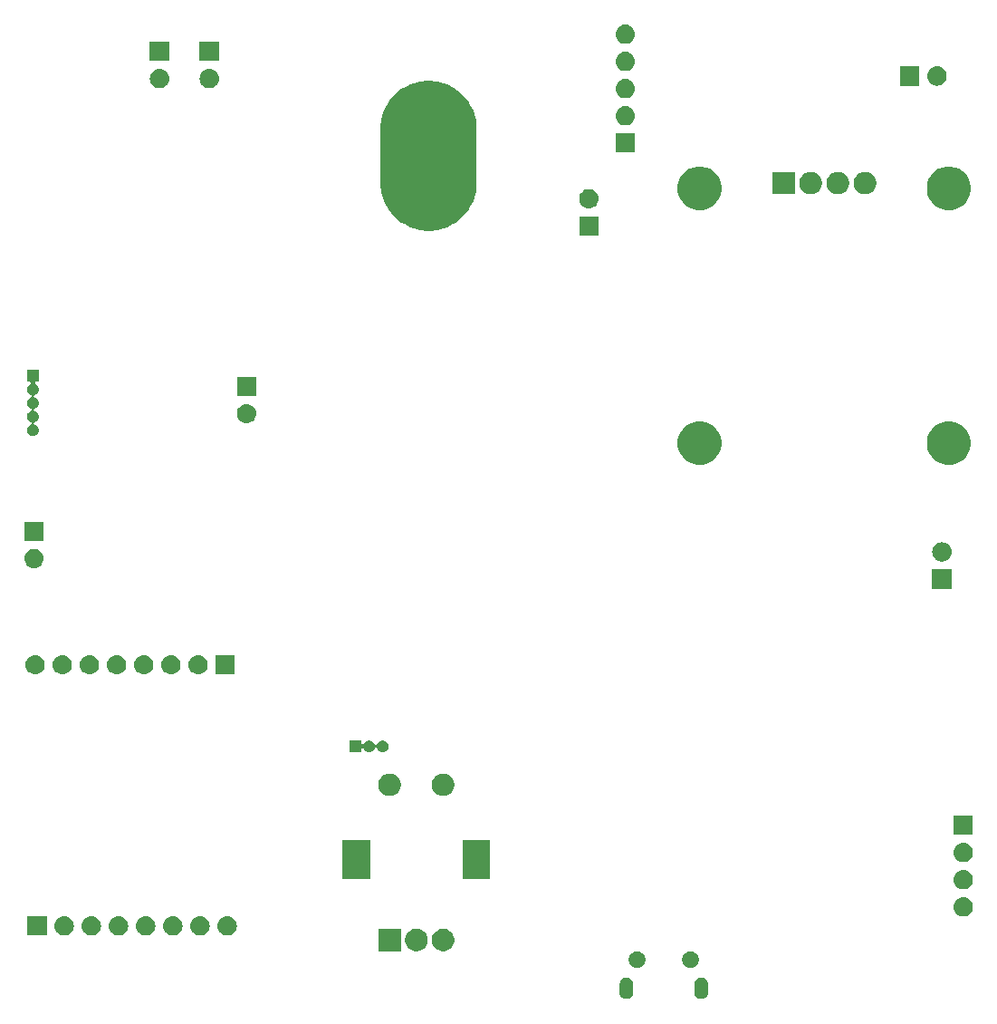
<source format=gbr>
G04 #@! TF.GenerationSoftware,KiCad,Pcbnew,5.1.2-f72e74a~84~ubuntu18.04.1*
G04 #@! TF.CreationDate,2019-06-01T21:14:53+08:00*
G04 #@! TF.ProjectId,esp12-lora-remote-station,65737031-322d-46c6-9f72-612d72656d6f,rev?*
G04 #@! TF.SameCoordinates,Original*
G04 #@! TF.FileFunction,Soldermask,Bot*
G04 #@! TF.FilePolarity,Negative*
%FSLAX46Y46*%
G04 Gerber Fmt 4.6, Leading zero omitted, Abs format (unit mm)*
G04 Created by KiCad (PCBNEW 5.1.2-f72e74a~84~ubuntu18.04.1) date 2019-06-01 21:14:53*
%MOMM*%
%LPD*%
G04 APERTURE LIST*
%ADD10C,0.100000*%
G04 APERTURE END LIST*
D10*
G36*
X109627618Y-142245920D02*
G01*
X109718404Y-142273460D01*
X109750336Y-142283146D01*
X109863425Y-142343594D01*
X109962554Y-142424946D01*
X110043906Y-142524075D01*
X110104354Y-142637164D01*
X110114040Y-142669096D01*
X110141580Y-142759882D01*
X110151000Y-142855527D01*
X110151000Y-143619473D01*
X110141580Y-143715118D01*
X110114040Y-143805904D01*
X110104354Y-143837836D01*
X110043906Y-143950925D01*
X109962554Y-144050053D01*
X109863424Y-144131406D01*
X109750335Y-144191854D01*
X109718403Y-144201540D01*
X109627617Y-144229080D01*
X109500000Y-144241649D01*
X109372382Y-144229080D01*
X109281596Y-144201540D01*
X109249664Y-144191854D01*
X109136575Y-144131406D01*
X109037447Y-144050054D01*
X108956094Y-143950924D01*
X108895646Y-143837835D01*
X108885960Y-143805903D01*
X108858420Y-143715117D01*
X108849000Y-143619472D01*
X108849000Y-142855527D01*
X108858420Y-142759882D01*
X108895645Y-142637168D01*
X108920608Y-142590466D01*
X108956095Y-142524075D01*
X109037447Y-142424946D01*
X109136576Y-142343594D01*
X109249665Y-142283146D01*
X109281597Y-142273460D01*
X109372383Y-142245920D01*
X109500000Y-142233351D01*
X109627618Y-142245920D01*
X109627618Y-142245920D01*
G37*
G36*
X116627617Y-142245920D02*
G01*
X116718403Y-142273460D01*
X116750335Y-142283146D01*
X116863424Y-142343594D01*
X116962554Y-142424947D01*
X117043906Y-142524075D01*
X117104354Y-142637164D01*
X117114040Y-142669096D01*
X117141580Y-142759882D01*
X117151000Y-142855527D01*
X117151000Y-143619473D01*
X117141580Y-143715118D01*
X117114040Y-143805904D01*
X117104354Y-143837836D01*
X117043906Y-143950925D01*
X116962554Y-144050054D01*
X116863425Y-144131406D01*
X116750336Y-144191854D01*
X116718404Y-144201540D01*
X116627618Y-144229080D01*
X116500000Y-144241649D01*
X116372383Y-144229080D01*
X116281597Y-144201540D01*
X116249665Y-144191854D01*
X116136576Y-144131406D01*
X116037447Y-144050054D01*
X115956095Y-143950925D01*
X115895648Y-143837837D01*
X115895645Y-143837832D01*
X115858420Y-143715118D01*
X115849000Y-143619473D01*
X115849000Y-142855528D01*
X115858420Y-142759883D01*
X115895645Y-142637169D01*
X115895646Y-142637165D01*
X115956094Y-142524076D01*
X116037447Y-142424946D01*
X116136575Y-142343594D01*
X116249664Y-142283146D01*
X116281596Y-142273460D01*
X116372382Y-142245920D01*
X116500000Y-142233351D01*
X116627617Y-142245920D01*
X116627617Y-142245920D01*
G37*
G36*
X110726348Y-139791320D02*
G01*
X110726350Y-139791321D01*
X110726351Y-139791321D01*
X110867574Y-139849817D01*
X110867577Y-139849819D01*
X110994669Y-139934739D01*
X111102761Y-140042831D01*
X111187681Y-140169923D01*
X111187683Y-140169926D01*
X111246179Y-140311149D01*
X111276000Y-140461071D01*
X111276000Y-140613929D01*
X111246179Y-140763851D01*
X111187683Y-140905074D01*
X111187681Y-140905077D01*
X111102761Y-141032169D01*
X110994669Y-141140261D01*
X110867577Y-141225181D01*
X110867574Y-141225183D01*
X110726351Y-141283679D01*
X110726350Y-141283679D01*
X110726348Y-141283680D01*
X110576431Y-141313500D01*
X110423569Y-141313500D01*
X110273652Y-141283680D01*
X110273650Y-141283679D01*
X110273649Y-141283679D01*
X110132426Y-141225183D01*
X110132423Y-141225181D01*
X110005331Y-141140261D01*
X109897239Y-141032169D01*
X109812319Y-140905077D01*
X109812317Y-140905074D01*
X109753821Y-140763851D01*
X109724000Y-140613929D01*
X109724000Y-140461071D01*
X109753821Y-140311149D01*
X109812317Y-140169926D01*
X109812319Y-140169923D01*
X109897239Y-140042831D01*
X110005331Y-139934739D01*
X110132423Y-139849819D01*
X110132426Y-139849817D01*
X110273649Y-139791321D01*
X110273650Y-139791321D01*
X110273652Y-139791320D01*
X110423569Y-139761500D01*
X110576431Y-139761500D01*
X110726348Y-139791320D01*
X110726348Y-139791320D01*
G37*
G36*
X115726348Y-139791320D02*
G01*
X115726350Y-139791321D01*
X115726351Y-139791321D01*
X115867574Y-139849817D01*
X115867577Y-139849819D01*
X115994669Y-139934739D01*
X116102761Y-140042831D01*
X116187681Y-140169923D01*
X116187683Y-140169926D01*
X116246179Y-140311149D01*
X116276000Y-140461071D01*
X116276000Y-140613929D01*
X116246179Y-140763851D01*
X116187683Y-140905074D01*
X116187681Y-140905077D01*
X116102761Y-141032169D01*
X115994669Y-141140261D01*
X115867577Y-141225181D01*
X115867574Y-141225183D01*
X115726351Y-141283679D01*
X115726350Y-141283679D01*
X115726348Y-141283680D01*
X115576431Y-141313500D01*
X115423569Y-141313500D01*
X115273652Y-141283680D01*
X115273650Y-141283679D01*
X115273649Y-141283679D01*
X115132426Y-141225183D01*
X115132423Y-141225181D01*
X115005331Y-141140261D01*
X114897239Y-141032169D01*
X114812319Y-140905077D01*
X114812317Y-140905074D01*
X114753821Y-140763851D01*
X114724000Y-140613929D01*
X114724000Y-140461071D01*
X114753821Y-140311149D01*
X114812317Y-140169926D01*
X114812319Y-140169923D01*
X114897239Y-140042831D01*
X115005331Y-139934739D01*
X115132423Y-139849819D01*
X115132426Y-139849817D01*
X115273649Y-139791321D01*
X115273650Y-139791321D01*
X115273652Y-139791320D01*
X115423569Y-139761500D01*
X115576431Y-139761500D01*
X115726348Y-139791320D01*
X115726348Y-139791320D01*
G37*
G36*
X90181564Y-137714389D02*
G01*
X90372833Y-137793615D01*
X90372835Y-137793616D01*
X90536523Y-137902989D01*
X90544973Y-137908635D01*
X90691365Y-138055027D01*
X90806385Y-138227167D01*
X90885611Y-138418436D01*
X90926000Y-138621484D01*
X90926000Y-138828516D01*
X90885611Y-139031564D01*
X90806385Y-139222833D01*
X90806384Y-139222835D01*
X90691365Y-139394973D01*
X90544973Y-139541365D01*
X90372835Y-139656384D01*
X90372834Y-139656385D01*
X90372833Y-139656385D01*
X90181564Y-139735611D01*
X89978516Y-139776000D01*
X89771484Y-139776000D01*
X89568436Y-139735611D01*
X89377167Y-139656385D01*
X89377166Y-139656385D01*
X89377165Y-139656384D01*
X89205027Y-139541365D01*
X89058635Y-139394973D01*
X88943616Y-139222835D01*
X88943615Y-139222833D01*
X88864389Y-139031564D01*
X88824000Y-138828516D01*
X88824000Y-138621484D01*
X88864389Y-138418436D01*
X88943615Y-138227167D01*
X89058635Y-138055027D01*
X89205027Y-137908635D01*
X89213477Y-137902989D01*
X89377165Y-137793616D01*
X89377167Y-137793615D01*
X89568436Y-137714389D01*
X89771484Y-137674000D01*
X89978516Y-137674000D01*
X90181564Y-137714389D01*
X90181564Y-137714389D01*
G37*
G36*
X92681564Y-137714389D02*
G01*
X92872833Y-137793615D01*
X92872835Y-137793616D01*
X93036523Y-137902989D01*
X93044973Y-137908635D01*
X93191365Y-138055027D01*
X93306385Y-138227167D01*
X93385611Y-138418436D01*
X93426000Y-138621484D01*
X93426000Y-138828516D01*
X93385611Y-139031564D01*
X93306385Y-139222833D01*
X93306384Y-139222835D01*
X93191365Y-139394973D01*
X93044973Y-139541365D01*
X92872835Y-139656384D01*
X92872834Y-139656385D01*
X92872833Y-139656385D01*
X92681564Y-139735611D01*
X92478516Y-139776000D01*
X92271484Y-139776000D01*
X92068436Y-139735611D01*
X91877167Y-139656385D01*
X91877166Y-139656385D01*
X91877165Y-139656384D01*
X91705027Y-139541365D01*
X91558635Y-139394973D01*
X91443616Y-139222835D01*
X91443615Y-139222833D01*
X91364389Y-139031564D01*
X91324000Y-138828516D01*
X91324000Y-138621484D01*
X91364389Y-138418436D01*
X91443615Y-138227167D01*
X91558635Y-138055027D01*
X91705027Y-137908635D01*
X91713477Y-137902989D01*
X91877165Y-137793616D01*
X91877167Y-137793615D01*
X92068436Y-137714389D01*
X92271484Y-137674000D01*
X92478516Y-137674000D01*
X92681564Y-137714389D01*
X92681564Y-137714389D01*
G37*
G36*
X88426000Y-139776000D02*
G01*
X86324000Y-139776000D01*
X86324000Y-137674000D01*
X88426000Y-137674000D01*
X88426000Y-139776000D01*
X88426000Y-139776000D01*
G37*
G36*
X69750443Y-136505519D02*
G01*
X69816627Y-136512037D01*
X69986466Y-136563557D01*
X70142991Y-136647222D01*
X70178729Y-136676552D01*
X70280186Y-136759814D01*
X70363448Y-136861271D01*
X70392778Y-136897009D01*
X70476443Y-137053534D01*
X70527963Y-137223373D01*
X70545359Y-137400000D01*
X70527963Y-137576627D01*
X70476443Y-137746466D01*
X70392778Y-137902991D01*
X70388146Y-137908635D01*
X70280186Y-138040186D01*
X70178729Y-138123448D01*
X70142991Y-138152778D01*
X69986466Y-138236443D01*
X69816627Y-138287963D01*
X69750442Y-138294482D01*
X69684260Y-138301000D01*
X69595740Y-138301000D01*
X69529558Y-138294482D01*
X69463373Y-138287963D01*
X69293534Y-138236443D01*
X69137009Y-138152778D01*
X69101271Y-138123448D01*
X68999814Y-138040186D01*
X68891854Y-137908635D01*
X68887222Y-137902991D01*
X68803557Y-137746466D01*
X68752037Y-137576627D01*
X68734641Y-137400000D01*
X68752037Y-137223373D01*
X68803557Y-137053534D01*
X68887222Y-136897009D01*
X68916552Y-136861271D01*
X68999814Y-136759814D01*
X69101271Y-136676552D01*
X69137009Y-136647222D01*
X69293534Y-136563557D01*
X69463373Y-136512037D01*
X69529557Y-136505519D01*
X69595740Y-136499000D01*
X69684260Y-136499000D01*
X69750443Y-136505519D01*
X69750443Y-136505519D01*
G37*
G36*
X64670443Y-136505519D02*
G01*
X64736627Y-136512037D01*
X64906466Y-136563557D01*
X65062991Y-136647222D01*
X65098729Y-136676552D01*
X65200186Y-136759814D01*
X65283448Y-136861271D01*
X65312778Y-136897009D01*
X65396443Y-137053534D01*
X65447963Y-137223373D01*
X65465359Y-137400000D01*
X65447963Y-137576627D01*
X65396443Y-137746466D01*
X65312778Y-137902991D01*
X65308146Y-137908635D01*
X65200186Y-138040186D01*
X65098729Y-138123448D01*
X65062991Y-138152778D01*
X64906466Y-138236443D01*
X64736627Y-138287963D01*
X64670442Y-138294482D01*
X64604260Y-138301000D01*
X64515740Y-138301000D01*
X64449558Y-138294482D01*
X64383373Y-138287963D01*
X64213534Y-138236443D01*
X64057009Y-138152778D01*
X64021271Y-138123448D01*
X63919814Y-138040186D01*
X63811854Y-137908635D01*
X63807222Y-137902991D01*
X63723557Y-137746466D01*
X63672037Y-137576627D01*
X63654641Y-137400000D01*
X63672037Y-137223373D01*
X63723557Y-137053534D01*
X63807222Y-136897009D01*
X63836552Y-136861271D01*
X63919814Y-136759814D01*
X64021271Y-136676552D01*
X64057009Y-136647222D01*
X64213534Y-136563557D01*
X64383373Y-136512037D01*
X64449557Y-136505519D01*
X64515740Y-136499000D01*
X64604260Y-136499000D01*
X64670443Y-136505519D01*
X64670443Y-136505519D01*
G37*
G36*
X67210443Y-136505519D02*
G01*
X67276627Y-136512037D01*
X67446466Y-136563557D01*
X67602991Y-136647222D01*
X67638729Y-136676552D01*
X67740186Y-136759814D01*
X67823448Y-136861271D01*
X67852778Y-136897009D01*
X67936443Y-137053534D01*
X67987963Y-137223373D01*
X68005359Y-137400000D01*
X67987963Y-137576627D01*
X67936443Y-137746466D01*
X67852778Y-137902991D01*
X67848146Y-137908635D01*
X67740186Y-138040186D01*
X67638729Y-138123448D01*
X67602991Y-138152778D01*
X67446466Y-138236443D01*
X67276627Y-138287963D01*
X67210442Y-138294482D01*
X67144260Y-138301000D01*
X67055740Y-138301000D01*
X66989558Y-138294482D01*
X66923373Y-138287963D01*
X66753534Y-138236443D01*
X66597009Y-138152778D01*
X66561271Y-138123448D01*
X66459814Y-138040186D01*
X66351854Y-137908635D01*
X66347222Y-137902991D01*
X66263557Y-137746466D01*
X66212037Y-137576627D01*
X66194641Y-137400000D01*
X66212037Y-137223373D01*
X66263557Y-137053534D01*
X66347222Y-136897009D01*
X66376552Y-136861271D01*
X66459814Y-136759814D01*
X66561271Y-136676552D01*
X66597009Y-136647222D01*
X66753534Y-136563557D01*
X66923373Y-136512037D01*
X66989557Y-136505519D01*
X67055740Y-136499000D01*
X67144260Y-136499000D01*
X67210443Y-136505519D01*
X67210443Y-136505519D01*
G37*
G36*
X62130443Y-136505519D02*
G01*
X62196627Y-136512037D01*
X62366466Y-136563557D01*
X62522991Y-136647222D01*
X62558729Y-136676552D01*
X62660186Y-136759814D01*
X62743448Y-136861271D01*
X62772778Y-136897009D01*
X62856443Y-137053534D01*
X62907963Y-137223373D01*
X62925359Y-137400000D01*
X62907963Y-137576627D01*
X62856443Y-137746466D01*
X62772778Y-137902991D01*
X62768146Y-137908635D01*
X62660186Y-138040186D01*
X62558729Y-138123448D01*
X62522991Y-138152778D01*
X62366466Y-138236443D01*
X62196627Y-138287963D01*
X62130442Y-138294482D01*
X62064260Y-138301000D01*
X61975740Y-138301000D01*
X61909558Y-138294482D01*
X61843373Y-138287963D01*
X61673534Y-138236443D01*
X61517009Y-138152778D01*
X61481271Y-138123448D01*
X61379814Y-138040186D01*
X61271854Y-137908635D01*
X61267222Y-137902991D01*
X61183557Y-137746466D01*
X61132037Y-137576627D01*
X61114641Y-137400000D01*
X61132037Y-137223373D01*
X61183557Y-137053534D01*
X61267222Y-136897009D01*
X61296552Y-136861271D01*
X61379814Y-136759814D01*
X61481271Y-136676552D01*
X61517009Y-136647222D01*
X61673534Y-136563557D01*
X61843373Y-136512037D01*
X61909557Y-136505519D01*
X61975740Y-136499000D01*
X62064260Y-136499000D01*
X62130443Y-136505519D01*
X62130443Y-136505519D01*
G37*
G36*
X72290443Y-136505519D02*
G01*
X72356627Y-136512037D01*
X72526466Y-136563557D01*
X72682991Y-136647222D01*
X72718729Y-136676552D01*
X72820186Y-136759814D01*
X72903448Y-136861271D01*
X72932778Y-136897009D01*
X73016443Y-137053534D01*
X73067963Y-137223373D01*
X73085359Y-137400000D01*
X73067963Y-137576627D01*
X73016443Y-137746466D01*
X72932778Y-137902991D01*
X72928146Y-137908635D01*
X72820186Y-138040186D01*
X72718729Y-138123448D01*
X72682991Y-138152778D01*
X72526466Y-138236443D01*
X72356627Y-138287963D01*
X72290442Y-138294482D01*
X72224260Y-138301000D01*
X72135740Y-138301000D01*
X72069558Y-138294482D01*
X72003373Y-138287963D01*
X71833534Y-138236443D01*
X71677009Y-138152778D01*
X71641271Y-138123448D01*
X71539814Y-138040186D01*
X71431854Y-137908635D01*
X71427222Y-137902991D01*
X71343557Y-137746466D01*
X71292037Y-137576627D01*
X71274641Y-137400000D01*
X71292037Y-137223373D01*
X71343557Y-137053534D01*
X71427222Y-136897009D01*
X71456552Y-136861271D01*
X71539814Y-136759814D01*
X71641271Y-136676552D01*
X71677009Y-136647222D01*
X71833534Y-136563557D01*
X72003373Y-136512037D01*
X72069557Y-136505519D01*
X72135740Y-136499000D01*
X72224260Y-136499000D01*
X72290443Y-136505519D01*
X72290443Y-136505519D01*
G37*
G36*
X57050443Y-136505519D02*
G01*
X57116627Y-136512037D01*
X57286466Y-136563557D01*
X57442991Y-136647222D01*
X57478729Y-136676552D01*
X57580186Y-136759814D01*
X57663448Y-136861271D01*
X57692778Y-136897009D01*
X57776443Y-137053534D01*
X57827963Y-137223373D01*
X57845359Y-137400000D01*
X57827963Y-137576627D01*
X57776443Y-137746466D01*
X57692778Y-137902991D01*
X57688146Y-137908635D01*
X57580186Y-138040186D01*
X57478729Y-138123448D01*
X57442991Y-138152778D01*
X57286466Y-138236443D01*
X57116627Y-138287963D01*
X57050442Y-138294482D01*
X56984260Y-138301000D01*
X56895740Y-138301000D01*
X56829558Y-138294482D01*
X56763373Y-138287963D01*
X56593534Y-138236443D01*
X56437009Y-138152778D01*
X56401271Y-138123448D01*
X56299814Y-138040186D01*
X56191854Y-137908635D01*
X56187222Y-137902991D01*
X56103557Y-137746466D01*
X56052037Y-137576627D01*
X56034641Y-137400000D01*
X56052037Y-137223373D01*
X56103557Y-137053534D01*
X56187222Y-136897009D01*
X56216552Y-136861271D01*
X56299814Y-136759814D01*
X56401271Y-136676552D01*
X56437009Y-136647222D01*
X56593534Y-136563557D01*
X56763373Y-136512037D01*
X56829557Y-136505519D01*
X56895740Y-136499000D01*
X56984260Y-136499000D01*
X57050443Y-136505519D01*
X57050443Y-136505519D01*
G37*
G36*
X59590443Y-136505519D02*
G01*
X59656627Y-136512037D01*
X59826466Y-136563557D01*
X59982991Y-136647222D01*
X60018729Y-136676552D01*
X60120186Y-136759814D01*
X60203448Y-136861271D01*
X60232778Y-136897009D01*
X60316443Y-137053534D01*
X60367963Y-137223373D01*
X60385359Y-137400000D01*
X60367963Y-137576627D01*
X60316443Y-137746466D01*
X60232778Y-137902991D01*
X60228146Y-137908635D01*
X60120186Y-138040186D01*
X60018729Y-138123448D01*
X59982991Y-138152778D01*
X59826466Y-138236443D01*
X59656627Y-138287963D01*
X59590442Y-138294482D01*
X59524260Y-138301000D01*
X59435740Y-138301000D01*
X59369558Y-138294482D01*
X59303373Y-138287963D01*
X59133534Y-138236443D01*
X58977009Y-138152778D01*
X58941271Y-138123448D01*
X58839814Y-138040186D01*
X58731854Y-137908635D01*
X58727222Y-137902991D01*
X58643557Y-137746466D01*
X58592037Y-137576627D01*
X58574641Y-137400000D01*
X58592037Y-137223373D01*
X58643557Y-137053534D01*
X58727222Y-136897009D01*
X58756552Y-136861271D01*
X58839814Y-136759814D01*
X58941271Y-136676552D01*
X58977009Y-136647222D01*
X59133534Y-136563557D01*
X59303373Y-136512037D01*
X59369557Y-136505519D01*
X59435740Y-136499000D01*
X59524260Y-136499000D01*
X59590443Y-136505519D01*
X59590443Y-136505519D01*
G37*
G36*
X55301000Y-138301000D02*
G01*
X53499000Y-138301000D01*
X53499000Y-136499000D01*
X55301000Y-136499000D01*
X55301000Y-138301000D01*
X55301000Y-138301000D01*
G37*
G36*
X141110442Y-134725518D02*
G01*
X141176627Y-134732037D01*
X141346466Y-134783557D01*
X141502991Y-134867222D01*
X141538729Y-134896552D01*
X141640186Y-134979814D01*
X141723448Y-135081271D01*
X141752778Y-135117009D01*
X141836443Y-135273534D01*
X141887963Y-135443373D01*
X141905359Y-135620000D01*
X141887963Y-135796627D01*
X141836443Y-135966466D01*
X141752778Y-136122991D01*
X141723448Y-136158729D01*
X141640186Y-136260186D01*
X141538729Y-136343448D01*
X141502991Y-136372778D01*
X141346466Y-136456443D01*
X141176627Y-136507963D01*
X141135262Y-136512037D01*
X141044260Y-136521000D01*
X140955740Y-136521000D01*
X140864738Y-136512037D01*
X140823373Y-136507963D01*
X140653534Y-136456443D01*
X140497009Y-136372778D01*
X140461271Y-136343448D01*
X140359814Y-136260186D01*
X140276552Y-136158729D01*
X140247222Y-136122991D01*
X140163557Y-135966466D01*
X140112037Y-135796627D01*
X140094641Y-135620000D01*
X140112037Y-135443373D01*
X140163557Y-135273534D01*
X140247222Y-135117009D01*
X140276552Y-135081271D01*
X140359814Y-134979814D01*
X140461271Y-134896552D01*
X140497009Y-134867222D01*
X140653534Y-134783557D01*
X140823373Y-134732037D01*
X140889558Y-134725518D01*
X140955740Y-134719000D01*
X141044260Y-134719000D01*
X141110442Y-134725518D01*
X141110442Y-134725518D01*
G37*
G36*
X141110442Y-132185518D02*
G01*
X141176627Y-132192037D01*
X141346466Y-132243557D01*
X141502991Y-132327222D01*
X141538729Y-132356552D01*
X141640186Y-132439814D01*
X141723448Y-132541271D01*
X141752778Y-132577009D01*
X141836443Y-132733534D01*
X141887963Y-132903373D01*
X141905359Y-133080000D01*
X141887963Y-133256627D01*
X141836443Y-133426466D01*
X141752778Y-133582991D01*
X141723448Y-133618729D01*
X141640186Y-133720186D01*
X141538729Y-133803448D01*
X141502991Y-133832778D01*
X141346466Y-133916443D01*
X141176627Y-133967963D01*
X141110442Y-133974482D01*
X141044260Y-133981000D01*
X140955740Y-133981000D01*
X140889558Y-133974482D01*
X140823373Y-133967963D01*
X140653534Y-133916443D01*
X140497009Y-133832778D01*
X140461271Y-133803448D01*
X140359814Y-133720186D01*
X140276552Y-133618729D01*
X140247222Y-133582991D01*
X140163557Y-133426466D01*
X140112037Y-133256627D01*
X140094641Y-133080000D01*
X140112037Y-132903373D01*
X140163557Y-132733534D01*
X140247222Y-132577009D01*
X140276552Y-132541271D01*
X140359814Y-132439814D01*
X140461271Y-132356552D01*
X140497009Y-132327222D01*
X140653534Y-132243557D01*
X140823373Y-132192037D01*
X140889558Y-132185518D01*
X140955740Y-132179000D01*
X141044260Y-132179000D01*
X141110442Y-132185518D01*
X141110442Y-132185518D01*
G37*
G36*
X85576000Y-133026000D02*
G01*
X82974000Y-133026000D01*
X82974000Y-129424000D01*
X85576000Y-129424000D01*
X85576000Y-133026000D01*
X85576000Y-133026000D01*
G37*
G36*
X96776000Y-133026000D02*
G01*
X94174000Y-133026000D01*
X94174000Y-129424000D01*
X96776000Y-129424000D01*
X96776000Y-133026000D01*
X96776000Y-133026000D01*
G37*
G36*
X141110442Y-129645518D02*
G01*
X141176627Y-129652037D01*
X141346466Y-129703557D01*
X141502991Y-129787222D01*
X141538729Y-129816552D01*
X141640186Y-129899814D01*
X141723448Y-130001271D01*
X141752778Y-130037009D01*
X141836443Y-130193534D01*
X141887963Y-130363373D01*
X141905359Y-130540000D01*
X141887963Y-130716627D01*
X141836443Y-130886466D01*
X141752778Y-131042991D01*
X141723448Y-131078729D01*
X141640186Y-131180186D01*
X141538729Y-131263448D01*
X141502991Y-131292778D01*
X141346466Y-131376443D01*
X141176627Y-131427963D01*
X141110442Y-131434482D01*
X141044260Y-131441000D01*
X140955740Y-131441000D01*
X140889558Y-131434482D01*
X140823373Y-131427963D01*
X140653534Y-131376443D01*
X140497009Y-131292778D01*
X140461271Y-131263448D01*
X140359814Y-131180186D01*
X140276552Y-131078729D01*
X140247222Y-131042991D01*
X140163557Y-130886466D01*
X140112037Y-130716627D01*
X140094641Y-130540000D01*
X140112037Y-130363373D01*
X140163557Y-130193534D01*
X140247222Y-130037009D01*
X140276552Y-130001271D01*
X140359814Y-129899814D01*
X140461271Y-129816552D01*
X140497009Y-129787222D01*
X140653534Y-129703557D01*
X140823373Y-129652037D01*
X140889558Y-129645518D01*
X140955740Y-129639000D01*
X141044260Y-129639000D01*
X141110442Y-129645518D01*
X141110442Y-129645518D01*
G37*
G36*
X141901000Y-128901000D02*
G01*
X140099000Y-128901000D01*
X140099000Y-127099000D01*
X141901000Y-127099000D01*
X141901000Y-128901000D01*
X141901000Y-128901000D01*
G37*
G36*
X87681564Y-123214389D02*
G01*
X87872833Y-123293615D01*
X87872835Y-123293616D01*
X88044973Y-123408635D01*
X88191365Y-123555027D01*
X88306385Y-123727167D01*
X88385611Y-123918436D01*
X88426000Y-124121484D01*
X88426000Y-124328516D01*
X88385611Y-124531564D01*
X88306385Y-124722833D01*
X88306384Y-124722835D01*
X88191365Y-124894973D01*
X88044973Y-125041365D01*
X87872835Y-125156384D01*
X87872834Y-125156385D01*
X87872833Y-125156385D01*
X87681564Y-125235611D01*
X87478516Y-125276000D01*
X87271484Y-125276000D01*
X87068436Y-125235611D01*
X86877167Y-125156385D01*
X86877166Y-125156385D01*
X86877165Y-125156384D01*
X86705027Y-125041365D01*
X86558635Y-124894973D01*
X86443616Y-124722835D01*
X86443615Y-124722833D01*
X86364389Y-124531564D01*
X86324000Y-124328516D01*
X86324000Y-124121484D01*
X86364389Y-123918436D01*
X86443615Y-123727167D01*
X86558635Y-123555027D01*
X86705027Y-123408635D01*
X86877165Y-123293616D01*
X86877167Y-123293615D01*
X87068436Y-123214389D01*
X87271484Y-123174000D01*
X87478516Y-123174000D01*
X87681564Y-123214389D01*
X87681564Y-123214389D01*
G37*
G36*
X92681564Y-123214389D02*
G01*
X92872833Y-123293615D01*
X92872835Y-123293616D01*
X93044973Y-123408635D01*
X93191365Y-123555027D01*
X93306385Y-123727167D01*
X93385611Y-123918436D01*
X93426000Y-124121484D01*
X93426000Y-124328516D01*
X93385611Y-124531564D01*
X93306385Y-124722833D01*
X93306384Y-124722835D01*
X93191365Y-124894973D01*
X93044973Y-125041365D01*
X92872835Y-125156384D01*
X92872834Y-125156385D01*
X92872833Y-125156385D01*
X92681564Y-125235611D01*
X92478516Y-125276000D01*
X92271484Y-125276000D01*
X92068436Y-125235611D01*
X91877167Y-125156385D01*
X91877166Y-125156385D01*
X91877165Y-125156384D01*
X91705027Y-125041365D01*
X91558635Y-124894973D01*
X91443616Y-124722835D01*
X91443615Y-124722833D01*
X91364389Y-124531564D01*
X91324000Y-124328516D01*
X91324000Y-124121484D01*
X91364389Y-123918436D01*
X91443615Y-123727167D01*
X91558635Y-123555027D01*
X91705027Y-123408635D01*
X91877165Y-123293616D01*
X91877167Y-123293615D01*
X92068436Y-123214389D01*
X92271484Y-123174000D01*
X92478516Y-123174000D01*
X92681564Y-123214389D01*
X92681564Y-123214389D01*
G37*
G36*
X84726000Y-120302265D02*
G01*
X84728402Y-120326651D01*
X84735515Y-120350100D01*
X84747066Y-120371711D01*
X84762611Y-120390653D01*
X84781553Y-120406198D01*
X84803164Y-120417749D01*
X84826613Y-120424862D01*
X84850999Y-120427264D01*
X84875385Y-120424862D01*
X84898834Y-120417749D01*
X84920445Y-120406198D01*
X84939387Y-120390653D01*
X84954932Y-120371711D01*
X84961233Y-120361198D01*
X84984644Y-120317400D01*
X85053499Y-120233499D01*
X85137400Y-120164643D01*
X85205945Y-120128005D01*
X85233121Y-120113479D01*
X85336985Y-120081973D01*
X85417933Y-120074000D01*
X85472067Y-120074000D01*
X85553015Y-120081973D01*
X85656879Y-120113479D01*
X85684055Y-120128005D01*
X85752600Y-120164643D01*
X85836501Y-120233499D01*
X85905357Y-120317400D01*
X85941995Y-120385945D01*
X85956521Y-120413121D01*
X85960388Y-120425869D01*
X85969760Y-120448496D01*
X85983374Y-120468870D01*
X86000701Y-120486197D01*
X86021075Y-120499811D01*
X86043714Y-120509188D01*
X86067747Y-120513969D01*
X86092251Y-120513969D01*
X86116285Y-120509189D01*
X86138924Y-120499812D01*
X86159298Y-120486198D01*
X86176625Y-120468871D01*
X86190239Y-120448497D01*
X86199612Y-120425869D01*
X86203479Y-120413121D01*
X86218005Y-120385945D01*
X86254643Y-120317400D01*
X86323499Y-120233499D01*
X86407400Y-120164643D01*
X86475945Y-120128005D01*
X86503121Y-120113479D01*
X86606985Y-120081973D01*
X86687933Y-120074000D01*
X86742067Y-120074000D01*
X86823015Y-120081973D01*
X86926879Y-120113479D01*
X86954055Y-120128005D01*
X87022600Y-120164643D01*
X87106501Y-120233499D01*
X87175357Y-120317400D01*
X87211995Y-120385945D01*
X87226521Y-120413121D01*
X87258027Y-120516985D01*
X87268666Y-120625000D01*
X87258027Y-120733015D01*
X87226521Y-120836879D01*
X87226191Y-120837496D01*
X87175357Y-120932600D01*
X87106501Y-121016501D01*
X87022600Y-121085357D01*
X86954055Y-121121995D01*
X86926879Y-121136521D01*
X86823015Y-121168027D01*
X86742067Y-121176000D01*
X86687933Y-121176000D01*
X86606985Y-121168027D01*
X86503121Y-121136521D01*
X86475945Y-121121995D01*
X86407400Y-121085357D01*
X86323499Y-121016501D01*
X86254643Y-120932600D01*
X86203809Y-120837496D01*
X86203479Y-120836879D01*
X86199612Y-120824131D01*
X86190240Y-120801504D01*
X86176626Y-120781130D01*
X86159299Y-120763803D01*
X86138925Y-120750189D01*
X86116286Y-120740812D01*
X86092253Y-120736031D01*
X86067749Y-120736031D01*
X86043715Y-120740811D01*
X86021076Y-120750188D01*
X86000702Y-120763802D01*
X85983375Y-120781129D01*
X85969761Y-120801503D01*
X85960388Y-120824131D01*
X85956521Y-120836879D01*
X85956191Y-120837496D01*
X85905357Y-120932600D01*
X85836501Y-121016501D01*
X85752600Y-121085357D01*
X85684055Y-121121995D01*
X85656879Y-121136521D01*
X85553015Y-121168027D01*
X85472067Y-121176000D01*
X85417933Y-121176000D01*
X85336985Y-121168027D01*
X85233121Y-121136521D01*
X85205945Y-121121995D01*
X85137400Y-121085357D01*
X85053499Y-121016501D01*
X84984645Y-120932601D01*
X84984644Y-120932600D01*
X84961236Y-120888807D01*
X84947625Y-120868437D01*
X84930298Y-120851110D01*
X84909924Y-120837496D01*
X84887285Y-120828119D01*
X84863252Y-120823338D01*
X84838748Y-120823338D01*
X84814714Y-120828118D01*
X84792076Y-120837495D01*
X84771701Y-120851109D01*
X84754374Y-120868436D01*
X84740760Y-120888810D01*
X84731383Y-120911449D01*
X84726602Y-120935482D01*
X84726000Y-120947735D01*
X84726000Y-121176000D01*
X83624000Y-121176000D01*
X83624000Y-120074000D01*
X84726000Y-120074000D01*
X84726000Y-120302265D01*
X84726000Y-120302265D01*
G37*
G36*
X72901000Y-113901000D02*
G01*
X71099000Y-113901000D01*
X71099000Y-112099000D01*
X72901000Y-112099000D01*
X72901000Y-113901000D01*
X72901000Y-113901000D01*
G37*
G36*
X59410442Y-112105518D02*
G01*
X59476627Y-112112037D01*
X59646466Y-112163557D01*
X59802991Y-112247222D01*
X59838729Y-112276552D01*
X59940186Y-112359814D01*
X60023448Y-112461271D01*
X60052778Y-112497009D01*
X60136443Y-112653534D01*
X60187963Y-112823373D01*
X60205359Y-113000000D01*
X60187963Y-113176627D01*
X60136443Y-113346466D01*
X60052778Y-113502991D01*
X60023448Y-113538729D01*
X59940186Y-113640186D01*
X59838729Y-113723448D01*
X59802991Y-113752778D01*
X59646466Y-113836443D01*
X59476627Y-113887963D01*
X59410443Y-113894481D01*
X59344260Y-113901000D01*
X59255740Y-113901000D01*
X59189557Y-113894481D01*
X59123373Y-113887963D01*
X58953534Y-113836443D01*
X58797009Y-113752778D01*
X58761271Y-113723448D01*
X58659814Y-113640186D01*
X58576552Y-113538729D01*
X58547222Y-113502991D01*
X58463557Y-113346466D01*
X58412037Y-113176627D01*
X58394641Y-113000000D01*
X58412037Y-112823373D01*
X58463557Y-112653534D01*
X58547222Y-112497009D01*
X58576552Y-112461271D01*
X58659814Y-112359814D01*
X58761271Y-112276552D01*
X58797009Y-112247222D01*
X58953534Y-112163557D01*
X59123373Y-112112037D01*
X59189558Y-112105518D01*
X59255740Y-112099000D01*
X59344260Y-112099000D01*
X59410442Y-112105518D01*
X59410442Y-112105518D01*
G37*
G36*
X64490442Y-112105518D02*
G01*
X64556627Y-112112037D01*
X64726466Y-112163557D01*
X64882991Y-112247222D01*
X64918729Y-112276552D01*
X65020186Y-112359814D01*
X65103448Y-112461271D01*
X65132778Y-112497009D01*
X65216443Y-112653534D01*
X65267963Y-112823373D01*
X65285359Y-113000000D01*
X65267963Y-113176627D01*
X65216443Y-113346466D01*
X65132778Y-113502991D01*
X65103448Y-113538729D01*
X65020186Y-113640186D01*
X64918729Y-113723448D01*
X64882991Y-113752778D01*
X64726466Y-113836443D01*
X64556627Y-113887963D01*
X64490443Y-113894481D01*
X64424260Y-113901000D01*
X64335740Y-113901000D01*
X64269557Y-113894481D01*
X64203373Y-113887963D01*
X64033534Y-113836443D01*
X63877009Y-113752778D01*
X63841271Y-113723448D01*
X63739814Y-113640186D01*
X63656552Y-113538729D01*
X63627222Y-113502991D01*
X63543557Y-113346466D01*
X63492037Y-113176627D01*
X63474641Y-113000000D01*
X63492037Y-112823373D01*
X63543557Y-112653534D01*
X63627222Y-112497009D01*
X63656552Y-112461271D01*
X63739814Y-112359814D01*
X63841271Y-112276552D01*
X63877009Y-112247222D01*
X64033534Y-112163557D01*
X64203373Y-112112037D01*
X64269558Y-112105518D01*
X64335740Y-112099000D01*
X64424260Y-112099000D01*
X64490442Y-112105518D01*
X64490442Y-112105518D01*
G37*
G36*
X67030442Y-112105518D02*
G01*
X67096627Y-112112037D01*
X67266466Y-112163557D01*
X67422991Y-112247222D01*
X67458729Y-112276552D01*
X67560186Y-112359814D01*
X67643448Y-112461271D01*
X67672778Y-112497009D01*
X67756443Y-112653534D01*
X67807963Y-112823373D01*
X67825359Y-113000000D01*
X67807963Y-113176627D01*
X67756443Y-113346466D01*
X67672778Y-113502991D01*
X67643448Y-113538729D01*
X67560186Y-113640186D01*
X67458729Y-113723448D01*
X67422991Y-113752778D01*
X67266466Y-113836443D01*
X67096627Y-113887963D01*
X67030443Y-113894481D01*
X66964260Y-113901000D01*
X66875740Y-113901000D01*
X66809557Y-113894481D01*
X66743373Y-113887963D01*
X66573534Y-113836443D01*
X66417009Y-113752778D01*
X66381271Y-113723448D01*
X66279814Y-113640186D01*
X66196552Y-113538729D01*
X66167222Y-113502991D01*
X66083557Y-113346466D01*
X66032037Y-113176627D01*
X66014641Y-113000000D01*
X66032037Y-112823373D01*
X66083557Y-112653534D01*
X66167222Y-112497009D01*
X66196552Y-112461271D01*
X66279814Y-112359814D01*
X66381271Y-112276552D01*
X66417009Y-112247222D01*
X66573534Y-112163557D01*
X66743373Y-112112037D01*
X66809558Y-112105518D01*
X66875740Y-112099000D01*
X66964260Y-112099000D01*
X67030442Y-112105518D01*
X67030442Y-112105518D01*
G37*
G36*
X54330442Y-112105518D02*
G01*
X54396627Y-112112037D01*
X54566466Y-112163557D01*
X54722991Y-112247222D01*
X54758729Y-112276552D01*
X54860186Y-112359814D01*
X54943448Y-112461271D01*
X54972778Y-112497009D01*
X55056443Y-112653534D01*
X55107963Y-112823373D01*
X55125359Y-113000000D01*
X55107963Y-113176627D01*
X55056443Y-113346466D01*
X54972778Y-113502991D01*
X54943448Y-113538729D01*
X54860186Y-113640186D01*
X54758729Y-113723448D01*
X54722991Y-113752778D01*
X54566466Y-113836443D01*
X54396627Y-113887963D01*
X54330443Y-113894481D01*
X54264260Y-113901000D01*
X54175740Y-113901000D01*
X54109557Y-113894481D01*
X54043373Y-113887963D01*
X53873534Y-113836443D01*
X53717009Y-113752778D01*
X53681271Y-113723448D01*
X53579814Y-113640186D01*
X53496552Y-113538729D01*
X53467222Y-113502991D01*
X53383557Y-113346466D01*
X53332037Y-113176627D01*
X53314641Y-113000000D01*
X53332037Y-112823373D01*
X53383557Y-112653534D01*
X53467222Y-112497009D01*
X53496552Y-112461271D01*
X53579814Y-112359814D01*
X53681271Y-112276552D01*
X53717009Y-112247222D01*
X53873534Y-112163557D01*
X54043373Y-112112037D01*
X54109558Y-112105518D01*
X54175740Y-112099000D01*
X54264260Y-112099000D01*
X54330442Y-112105518D01*
X54330442Y-112105518D01*
G37*
G36*
X61950442Y-112105518D02*
G01*
X62016627Y-112112037D01*
X62186466Y-112163557D01*
X62342991Y-112247222D01*
X62378729Y-112276552D01*
X62480186Y-112359814D01*
X62563448Y-112461271D01*
X62592778Y-112497009D01*
X62676443Y-112653534D01*
X62727963Y-112823373D01*
X62745359Y-113000000D01*
X62727963Y-113176627D01*
X62676443Y-113346466D01*
X62592778Y-113502991D01*
X62563448Y-113538729D01*
X62480186Y-113640186D01*
X62378729Y-113723448D01*
X62342991Y-113752778D01*
X62186466Y-113836443D01*
X62016627Y-113887963D01*
X61950443Y-113894481D01*
X61884260Y-113901000D01*
X61795740Y-113901000D01*
X61729557Y-113894481D01*
X61663373Y-113887963D01*
X61493534Y-113836443D01*
X61337009Y-113752778D01*
X61301271Y-113723448D01*
X61199814Y-113640186D01*
X61116552Y-113538729D01*
X61087222Y-113502991D01*
X61003557Y-113346466D01*
X60952037Y-113176627D01*
X60934641Y-113000000D01*
X60952037Y-112823373D01*
X61003557Y-112653534D01*
X61087222Y-112497009D01*
X61116552Y-112461271D01*
X61199814Y-112359814D01*
X61301271Y-112276552D01*
X61337009Y-112247222D01*
X61493534Y-112163557D01*
X61663373Y-112112037D01*
X61729558Y-112105518D01*
X61795740Y-112099000D01*
X61884260Y-112099000D01*
X61950442Y-112105518D01*
X61950442Y-112105518D01*
G37*
G36*
X56870442Y-112105518D02*
G01*
X56936627Y-112112037D01*
X57106466Y-112163557D01*
X57262991Y-112247222D01*
X57298729Y-112276552D01*
X57400186Y-112359814D01*
X57483448Y-112461271D01*
X57512778Y-112497009D01*
X57596443Y-112653534D01*
X57647963Y-112823373D01*
X57665359Y-113000000D01*
X57647963Y-113176627D01*
X57596443Y-113346466D01*
X57512778Y-113502991D01*
X57483448Y-113538729D01*
X57400186Y-113640186D01*
X57298729Y-113723448D01*
X57262991Y-113752778D01*
X57106466Y-113836443D01*
X56936627Y-113887963D01*
X56870443Y-113894481D01*
X56804260Y-113901000D01*
X56715740Y-113901000D01*
X56649557Y-113894481D01*
X56583373Y-113887963D01*
X56413534Y-113836443D01*
X56257009Y-113752778D01*
X56221271Y-113723448D01*
X56119814Y-113640186D01*
X56036552Y-113538729D01*
X56007222Y-113502991D01*
X55923557Y-113346466D01*
X55872037Y-113176627D01*
X55854641Y-113000000D01*
X55872037Y-112823373D01*
X55923557Y-112653534D01*
X56007222Y-112497009D01*
X56036552Y-112461271D01*
X56119814Y-112359814D01*
X56221271Y-112276552D01*
X56257009Y-112247222D01*
X56413534Y-112163557D01*
X56583373Y-112112037D01*
X56649558Y-112105518D01*
X56715740Y-112099000D01*
X56804260Y-112099000D01*
X56870442Y-112105518D01*
X56870442Y-112105518D01*
G37*
G36*
X69570442Y-112105518D02*
G01*
X69636627Y-112112037D01*
X69806466Y-112163557D01*
X69962991Y-112247222D01*
X69998729Y-112276552D01*
X70100186Y-112359814D01*
X70183448Y-112461271D01*
X70212778Y-112497009D01*
X70296443Y-112653534D01*
X70347963Y-112823373D01*
X70365359Y-113000000D01*
X70347963Y-113176627D01*
X70296443Y-113346466D01*
X70212778Y-113502991D01*
X70183448Y-113538729D01*
X70100186Y-113640186D01*
X69998729Y-113723448D01*
X69962991Y-113752778D01*
X69806466Y-113836443D01*
X69636627Y-113887963D01*
X69570443Y-113894481D01*
X69504260Y-113901000D01*
X69415740Y-113901000D01*
X69349557Y-113894481D01*
X69283373Y-113887963D01*
X69113534Y-113836443D01*
X68957009Y-113752778D01*
X68921271Y-113723448D01*
X68819814Y-113640186D01*
X68736552Y-113538729D01*
X68707222Y-113502991D01*
X68623557Y-113346466D01*
X68572037Y-113176627D01*
X68554641Y-113000000D01*
X68572037Y-112823373D01*
X68623557Y-112653534D01*
X68707222Y-112497009D01*
X68736552Y-112461271D01*
X68819814Y-112359814D01*
X68921271Y-112276552D01*
X68957009Y-112247222D01*
X69113534Y-112163557D01*
X69283373Y-112112037D01*
X69349558Y-112105518D01*
X69415740Y-112099000D01*
X69504260Y-112099000D01*
X69570442Y-112105518D01*
X69570442Y-112105518D01*
G37*
G36*
X139901000Y-105901000D02*
G01*
X138099000Y-105901000D01*
X138099000Y-104099000D01*
X139901000Y-104099000D01*
X139901000Y-105901000D01*
X139901000Y-105901000D01*
G37*
G36*
X54225442Y-102180518D02*
G01*
X54291627Y-102187037D01*
X54461466Y-102238557D01*
X54617991Y-102322222D01*
X54653729Y-102351552D01*
X54755186Y-102434814D01*
X54838448Y-102536271D01*
X54867778Y-102572009D01*
X54951443Y-102728534D01*
X55002963Y-102898373D01*
X55020359Y-103075000D01*
X55002963Y-103251627D01*
X54951443Y-103421466D01*
X54867778Y-103577991D01*
X54838448Y-103613729D01*
X54755186Y-103715186D01*
X54653729Y-103798448D01*
X54617991Y-103827778D01*
X54461466Y-103911443D01*
X54291627Y-103962963D01*
X54225442Y-103969482D01*
X54159260Y-103976000D01*
X54070740Y-103976000D01*
X54004557Y-103969481D01*
X53938373Y-103962963D01*
X53768534Y-103911443D01*
X53612009Y-103827778D01*
X53576271Y-103798448D01*
X53474814Y-103715186D01*
X53391552Y-103613729D01*
X53362222Y-103577991D01*
X53278557Y-103421466D01*
X53227037Y-103251627D01*
X53209641Y-103075000D01*
X53227037Y-102898373D01*
X53278557Y-102728534D01*
X53362222Y-102572009D01*
X53391552Y-102536271D01*
X53474814Y-102434814D01*
X53576271Y-102351552D01*
X53612009Y-102322222D01*
X53768534Y-102238557D01*
X53938373Y-102187037D01*
X54004558Y-102180518D01*
X54070740Y-102174000D01*
X54159260Y-102174000D01*
X54225442Y-102180518D01*
X54225442Y-102180518D01*
G37*
G36*
X139110443Y-101565519D02*
G01*
X139176627Y-101572037D01*
X139346466Y-101623557D01*
X139502991Y-101707222D01*
X139538729Y-101736552D01*
X139640186Y-101819814D01*
X139723448Y-101921271D01*
X139752778Y-101957009D01*
X139836443Y-102113534D01*
X139887963Y-102283373D01*
X139905359Y-102460000D01*
X139887963Y-102636627D01*
X139836443Y-102806466D01*
X139752778Y-102962991D01*
X139723448Y-102998729D01*
X139640186Y-103100186D01*
X139538729Y-103183448D01*
X139502991Y-103212778D01*
X139346466Y-103296443D01*
X139176627Y-103347963D01*
X139110443Y-103354481D01*
X139044260Y-103361000D01*
X138955740Y-103361000D01*
X138889557Y-103354481D01*
X138823373Y-103347963D01*
X138653534Y-103296443D01*
X138497009Y-103212778D01*
X138461271Y-103183448D01*
X138359814Y-103100186D01*
X138276552Y-102998729D01*
X138247222Y-102962991D01*
X138163557Y-102806466D01*
X138112037Y-102636627D01*
X138094641Y-102460000D01*
X138112037Y-102283373D01*
X138163557Y-102113534D01*
X138247222Y-101957009D01*
X138276552Y-101921271D01*
X138359814Y-101819814D01*
X138461271Y-101736552D01*
X138497009Y-101707222D01*
X138653534Y-101623557D01*
X138823373Y-101572037D01*
X138889558Y-101565518D01*
X138955740Y-101559000D01*
X139044260Y-101559000D01*
X139110443Y-101565519D01*
X139110443Y-101565519D01*
G37*
G36*
X55016000Y-101436000D02*
G01*
X53214000Y-101436000D01*
X53214000Y-99634000D01*
X55016000Y-99634000D01*
X55016000Y-101436000D01*
X55016000Y-101436000D01*
G37*
G36*
X140248254Y-90327818D02*
G01*
X140621511Y-90482426D01*
X140621513Y-90482427D01*
X140826871Y-90619643D01*
X140957436Y-90706884D01*
X141243116Y-90992564D01*
X141467574Y-91328489D01*
X141622182Y-91701746D01*
X141701000Y-92097993D01*
X141701000Y-92502007D01*
X141622182Y-92898254D01*
X141467574Y-93271511D01*
X141467573Y-93271513D01*
X141243116Y-93607436D01*
X140957436Y-93893116D01*
X140621513Y-94117573D01*
X140621512Y-94117574D01*
X140621511Y-94117574D01*
X140248254Y-94272182D01*
X139852007Y-94351000D01*
X139447993Y-94351000D01*
X139051746Y-94272182D01*
X138678489Y-94117574D01*
X138678488Y-94117574D01*
X138678487Y-94117573D01*
X138342564Y-93893116D01*
X138056884Y-93607436D01*
X137832427Y-93271513D01*
X137832426Y-93271511D01*
X137677818Y-92898254D01*
X137599000Y-92502007D01*
X137599000Y-92097993D01*
X137677818Y-91701746D01*
X137832426Y-91328489D01*
X138056884Y-90992564D01*
X138342564Y-90706884D01*
X138473129Y-90619643D01*
X138678487Y-90482427D01*
X138678489Y-90482426D01*
X139051746Y-90327818D01*
X139447993Y-90249000D01*
X139852007Y-90249000D01*
X140248254Y-90327818D01*
X140248254Y-90327818D01*
G37*
G36*
X116948254Y-90327818D02*
G01*
X117321511Y-90482426D01*
X117321513Y-90482427D01*
X117526871Y-90619643D01*
X117657436Y-90706884D01*
X117943116Y-90992564D01*
X118167574Y-91328489D01*
X118322182Y-91701746D01*
X118401000Y-92097993D01*
X118401000Y-92502007D01*
X118322182Y-92898254D01*
X118167574Y-93271511D01*
X118167573Y-93271513D01*
X117943116Y-93607436D01*
X117657436Y-93893116D01*
X117321513Y-94117573D01*
X117321512Y-94117574D01*
X117321511Y-94117574D01*
X116948254Y-94272182D01*
X116552007Y-94351000D01*
X116147993Y-94351000D01*
X115751746Y-94272182D01*
X115378489Y-94117574D01*
X115378488Y-94117574D01*
X115378487Y-94117573D01*
X115042564Y-93893116D01*
X114756884Y-93607436D01*
X114532427Y-93271513D01*
X114532426Y-93271511D01*
X114377818Y-92898254D01*
X114299000Y-92502007D01*
X114299000Y-92097993D01*
X114377818Y-91701746D01*
X114532426Y-91328489D01*
X114756884Y-90992564D01*
X115042564Y-90706884D01*
X115173129Y-90619643D01*
X115378487Y-90482427D01*
X115378489Y-90482426D01*
X115751746Y-90327818D01*
X116147993Y-90249000D01*
X116552007Y-90249000D01*
X116948254Y-90327818D01*
X116948254Y-90327818D01*
G37*
G36*
X54551000Y-86551000D02*
G01*
X54322735Y-86551000D01*
X54298349Y-86553402D01*
X54274900Y-86560515D01*
X54253289Y-86572066D01*
X54234347Y-86587611D01*
X54218802Y-86606553D01*
X54207251Y-86628164D01*
X54200138Y-86651613D01*
X54197736Y-86675999D01*
X54200138Y-86700385D01*
X54207251Y-86723834D01*
X54218802Y-86745445D01*
X54234347Y-86764387D01*
X54253289Y-86779932D01*
X54263802Y-86786233D01*
X54307600Y-86809644D01*
X54307602Y-86809645D01*
X54307601Y-86809645D01*
X54391501Y-86878499D01*
X54460357Y-86962400D01*
X54496995Y-87030945D01*
X54511521Y-87058121D01*
X54543027Y-87161985D01*
X54553666Y-87270000D01*
X54543027Y-87378015D01*
X54511521Y-87481879D01*
X54511519Y-87481882D01*
X54460357Y-87577600D01*
X54391501Y-87661501D01*
X54307600Y-87730357D01*
X54239055Y-87766995D01*
X54211879Y-87781521D01*
X54199131Y-87785388D01*
X54176504Y-87794760D01*
X54156130Y-87808374D01*
X54138803Y-87825701D01*
X54125189Y-87846075D01*
X54115812Y-87868714D01*
X54111031Y-87892747D01*
X54111031Y-87917251D01*
X54115811Y-87941285D01*
X54125188Y-87963924D01*
X54138802Y-87984298D01*
X54156129Y-88001625D01*
X54176503Y-88015239D01*
X54199131Y-88024612D01*
X54211879Y-88028479D01*
X54239055Y-88043005D01*
X54307600Y-88079643D01*
X54391501Y-88148499D01*
X54460357Y-88232400D01*
X54496995Y-88300945D01*
X54511521Y-88328121D01*
X54543027Y-88431985D01*
X54553666Y-88540000D01*
X54543027Y-88648015D01*
X54511521Y-88751879D01*
X54511519Y-88751882D01*
X54460357Y-88847600D01*
X54391501Y-88931501D01*
X54307600Y-89000357D01*
X54239055Y-89036995D01*
X54211879Y-89051521D01*
X54199131Y-89055388D01*
X54176504Y-89064760D01*
X54156130Y-89078374D01*
X54138803Y-89095701D01*
X54125189Y-89116075D01*
X54115812Y-89138714D01*
X54111031Y-89162747D01*
X54111031Y-89187251D01*
X54115811Y-89211285D01*
X54125188Y-89233924D01*
X54138802Y-89254298D01*
X54156129Y-89271625D01*
X54176503Y-89285239D01*
X54199131Y-89294612D01*
X54211879Y-89298479D01*
X54239055Y-89313005D01*
X54307600Y-89349643D01*
X54391501Y-89418499D01*
X54460357Y-89502400D01*
X54480454Y-89540000D01*
X54511521Y-89598121D01*
X54543027Y-89701985D01*
X54553666Y-89810000D01*
X54543027Y-89918015D01*
X54511521Y-90021879D01*
X54511519Y-90021882D01*
X54460357Y-90117600D01*
X54391501Y-90201501D01*
X54307600Y-90270357D01*
X54239055Y-90306995D01*
X54211879Y-90321521D01*
X54199131Y-90325388D01*
X54176504Y-90334760D01*
X54156130Y-90348374D01*
X54138803Y-90365701D01*
X54125189Y-90386075D01*
X54115812Y-90408714D01*
X54111031Y-90432747D01*
X54111031Y-90457251D01*
X54115811Y-90481285D01*
X54125188Y-90503924D01*
X54138802Y-90524298D01*
X54156129Y-90541625D01*
X54176503Y-90555239D01*
X54199131Y-90564612D01*
X54211879Y-90568479D01*
X54239055Y-90583005D01*
X54307600Y-90619643D01*
X54391501Y-90688499D01*
X54460357Y-90772400D01*
X54496995Y-90840945D01*
X54511521Y-90868121D01*
X54543027Y-90971985D01*
X54553666Y-91080000D01*
X54543027Y-91188015D01*
X54511521Y-91291879D01*
X54511519Y-91291882D01*
X54460357Y-91387600D01*
X54391501Y-91471501D01*
X54307600Y-91540357D01*
X54239055Y-91576995D01*
X54211879Y-91591521D01*
X54108015Y-91623027D01*
X54027067Y-91631000D01*
X53972933Y-91631000D01*
X53891985Y-91623027D01*
X53788121Y-91591521D01*
X53760945Y-91576995D01*
X53692400Y-91540357D01*
X53608499Y-91471501D01*
X53539643Y-91387600D01*
X53488481Y-91291882D01*
X53488479Y-91291879D01*
X53456973Y-91188015D01*
X53446334Y-91080000D01*
X53456973Y-90971985D01*
X53488479Y-90868121D01*
X53503005Y-90840945D01*
X53539643Y-90772400D01*
X53608499Y-90688499D01*
X53692400Y-90619643D01*
X53760945Y-90583005D01*
X53788121Y-90568479D01*
X53800869Y-90564612D01*
X53823496Y-90555240D01*
X53843870Y-90541626D01*
X53861197Y-90524299D01*
X53874811Y-90503925D01*
X53884188Y-90481286D01*
X53888969Y-90457253D01*
X53888969Y-90432749D01*
X53884189Y-90408715D01*
X53874812Y-90386076D01*
X53861198Y-90365702D01*
X53843871Y-90348375D01*
X53823497Y-90334761D01*
X53800869Y-90325388D01*
X53788121Y-90321521D01*
X53760945Y-90306995D01*
X53692400Y-90270357D01*
X53608499Y-90201501D01*
X53539643Y-90117600D01*
X53488481Y-90021882D01*
X53488479Y-90021879D01*
X53456973Y-89918015D01*
X53446334Y-89810000D01*
X53456973Y-89701985D01*
X53488479Y-89598121D01*
X53519546Y-89540000D01*
X53539643Y-89502400D01*
X53608499Y-89418499D01*
X53692400Y-89349643D01*
X53760945Y-89313005D01*
X53788121Y-89298479D01*
X53800869Y-89294612D01*
X53823496Y-89285240D01*
X53843870Y-89271626D01*
X53861197Y-89254299D01*
X53874811Y-89233925D01*
X53884188Y-89211286D01*
X53888969Y-89187253D01*
X53888969Y-89162749D01*
X53884189Y-89138715D01*
X53874812Y-89116076D01*
X53861198Y-89095702D01*
X53843871Y-89078375D01*
X53823497Y-89064761D01*
X53800869Y-89055388D01*
X53788121Y-89051521D01*
X53760945Y-89036995D01*
X53692400Y-89000357D01*
X53608499Y-88931501D01*
X53539643Y-88847600D01*
X53488481Y-88751882D01*
X53488479Y-88751879D01*
X53456973Y-88648015D01*
X53446334Y-88540000D01*
X53456973Y-88431985D01*
X53488479Y-88328121D01*
X53503005Y-88300945D01*
X53539643Y-88232400D01*
X53608499Y-88148499D01*
X53692400Y-88079643D01*
X53760945Y-88043005D01*
X53788121Y-88028479D01*
X53800869Y-88024612D01*
X53823496Y-88015240D01*
X53843870Y-88001626D01*
X53861197Y-87984299D01*
X53874811Y-87963925D01*
X53884188Y-87941286D01*
X53888969Y-87917253D01*
X53888969Y-87892749D01*
X53884189Y-87868715D01*
X53874812Y-87846076D01*
X53861198Y-87825702D01*
X53843871Y-87808375D01*
X53823497Y-87794761D01*
X53800869Y-87785388D01*
X53788121Y-87781521D01*
X53760945Y-87766995D01*
X53692400Y-87730357D01*
X53608499Y-87661501D01*
X53539643Y-87577600D01*
X53488481Y-87481882D01*
X53488479Y-87481879D01*
X53456973Y-87378015D01*
X53446334Y-87270000D01*
X53456973Y-87161985D01*
X53488479Y-87058121D01*
X53503005Y-87030945D01*
X53539643Y-86962400D01*
X53608499Y-86878499D01*
X53692399Y-86809645D01*
X53692398Y-86809645D01*
X53692400Y-86809644D01*
X53736193Y-86786236D01*
X53756563Y-86772625D01*
X53773890Y-86755298D01*
X53787504Y-86734924D01*
X53796881Y-86712285D01*
X53801662Y-86688252D01*
X53801662Y-86663748D01*
X53796882Y-86639714D01*
X53787505Y-86617076D01*
X53773891Y-86596701D01*
X53756564Y-86579374D01*
X53736190Y-86565760D01*
X53713551Y-86556383D01*
X53689518Y-86551602D01*
X53677265Y-86551000D01*
X53449000Y-86551000D01*
X53449000Y-85449000D01*
X54551000Y-85449000D01*
X54551000Y-86551000D01*
X54551000Y-86551000D01*
G37*
G36*
X74110443Y-88645519D02*
G01*
X74176627Y-88652037D01*
X74346466Y-88703557D01*
X74502991Y-88787222D01*
X74538729Y-88816552D01*
X74640186Y-88899814D01*
X74722697Y-89000356D01*
X74752778Y-89037009D01*
X74836443Y-89193534D01*
X74887963Y-89363373D01*
X74905359Y-89540000D01*
X74887963Y-89716627D01*
X74836443Y-89886466D01*
X74752778Y-90042991D01*
X74723448Y-90078729D01*
X74640186Y-90180186D01*
X74538729Y-90263448D01*
X74502991Y-90292778D01*
X74346466Y-90376443D01*
X74176627Y-90427963D01*
X74128053Y-90432747D01*
X74044260Y-90441000D01*
X73955740Y-90441000D01*
X73871947Y-90432747D01*
X73823373Y-90427963D01*
X73653534Y-90376443D01*
X73497009Y-90292778D01*
X73461271Y-90263448D01*
X73359814Y-90180186D01*
X73276552Y-90078729D01*
X73247222Y-90042991D01*
X73163557Y-89886466D01*
X73112037Y-89716627D01*
X73094641Y-89540000D01*
X73112037Y-89363373D01*
X73163557Y-89193534D01*
X73247222Y-89037009D01*
X73277303Y-89000356D01*
X73359814Y-88899814D01*
X73461271Y-88816552D01*
X73497009Y-88787222D01*
X73653534Y-88703557D01*
X73823373Y-88652037D01*
X73889557Y-88645519D01*
X73955740Y-88639000D01*
X74044260Y-88639000D01*
X74110443Y-88645519D01*
X74110443Y-88645519D01*
G37*
G36*
X74901000Y-87901000D02*
G01*
X73099000Y-87901000D01*
X73099000Y-86099000D01*
X74901000Y-86099000D01*
X74901000Y-87901000D01*
X74901000Y-87901000D01*
G37*
G36*
X106901000Y-72901000D02*
G01*
X105099000Y-72901000D01*
X105099000Y-71099000D01*
X106901000Y-71099000D01*
X106901000Y-72901000D01*
X106901000Y-72901000D01*
G37*
G36*
X91882151Y-58513111D02*
G01*
X92068888Y-58569757D01*
X92730407Y-58770426D01*
X93512162Y-59188283D01*
X93690658Y-59334771D01*
X94197377Y-59750623D01*
X94759718Y-60435839D01*
X94899003Y-60696423D01*
X95177574Y-61217592D01*
X95378243Y-61879111D01*
X95434889Y-62065848D01*
X95500000Y-62726932D01*
X95500000Y-68169068D01*
X95434889Y-68830152D01*
X95380147Y-69010611D01*
X95177574Y-69678408D01*
X94899003Y-70199577D01*
X94759718Y-70460161D01*
X94197377Y-71145377D01*
X93512161Y-71707718D01*
X93251577Y-71847003D01*
X92730408Y-72125574D01*
X92068889Y-72326243D01*
X91882152Y-72382889D01*
X91000000Y-72469773D01*
X90117849Y-72382889D01*
X89931112Y-72326243D01*
X89269593Y-72125574D01*
X88748424Y-71847003D01*
X88487840Y-71707718D01*
X87802624Y-71145377D01*
X87240283Y-70460161D01*
X86822428Y-69678410D01*
X86809753Y-69636625D01*
X86651074Y-69113532D01*
X86565111Y-68830152D01*
X86500000Y-68169068D01*
X86500000Y-62726933D01*
X86565111Y-62065849D01*
X86673057Y-61710000D01*
X86822426Y-61217593D01*
X87240283Y-60435838D01*
X87386771Y-60257342D01*
X87802623Y-59750623D01*
X88487839Y-59188282D01*
X88852485Y-58993375D01*
X89269592Y-58770426D01*
X89931111Y-58569757D01*
X90117848Y-58513111D01*
X91000000Y-58426227D01*
X91882151Y-58513111D01*
X91882151Y-58513111D01*
G37*
G36*
X140248254Y-66527818D02*
G01*
X140621511Y-66682426D01*
X140621513Y-66682427D01*
X140957436Y-66906884D01*
X141243116Y-67192564D01*
X141449987Y-67502167D01*
X141467574Y-67528489D01*
X141622182Y-67901746D01*
X141701000Y-68297993D01*
X141701000Y-68702007D01*
X141622182Y-69098254D01*
X141545503Y-69283373D01*
X141467573Y-69471513D01*
X141243116Y-69807436D01*
X140957436Y-70093116D01*
X140621513Y-70317573D01*
X140621512Y-70317574D01*
X140621511Y-70317574D01*
X140248254Y-70472182D01*
X139852007Y-70551000D01*
X139447993Y-70551000D01*
X139051746Y-70472182D01*
X138678489Y-70317574D01*
X138678488Y-70317574D01*
X138678487Y-70317573D01*
X138342564Y-70093116D01*
X138056884Y-69807436D01*
X137832427Y-69471513D01*
X137754497Y-69283373D01*
X137677818Y-69098254D01*
X137599000Y-68702007D01*
X137599000Y-68297993D01*
X137677818Y-67901746D01*
X137832426Y-67528489D01*
X137850014Y-67502167D01*
X138056884Y-67192564D01*
X138342564Y-66906884D01*
X138678487Y-66682427D01*
X138678489Y-66682426D01*
X139051746Y-66527818D01*
X139447993Y-66449000D01*
X139852007Y-66449000D01*
X140248254Y-66527818D01*
X140248254Y-66527818D01*
G37*
G36*
X116948254Y-66527818D02*
G01*
X117321511Y-66682426D01*
X117321513Y-66682427D01*
X117657436Y-66906884D01*
X117943116Y-67192564D01*
X118149987Y-67502167D01*
X118167574Y-67528489D01*
X118322182Y-67901746D01*
X118401000Y-68297993D01*
X118401000Y-68702007D01*
X118322182Y-69098254D01*
X118245503Y-69283373D01*
X118167573Y-69471513D01*
X117943116Y-69807436D01*
X117657436Y-70093116D01*
X117321513Y-70317573D01*
X117321512Y-70317574D01*
X117321511Y-70317574D01*
X116948254Y-70472182D01*
X116552007Y-70551000D01*
X116147993Y-70551000D01*
X115751746Y-70472182D01*
X115378489Y-70317574D01*
X115378488Y-70317574D01*
X115378487Y-70317573D01*
X115042564Y-70093116D01*
X114756884Y-69807436D01*
X114532427Y-69471513D01*
X114454497Y-69283373D01*
X114377818Y-69098254D01*
X114299000Y-68702007D01*
X114299000Y-68297993D01*
X114377818Y-67901746D01*
X114532426Y-67528489D01*
X114550014Y-67502167D01*
X114756884Y-67192564D01*
X115042564Y-66906884D01*
X115378487Y-66682427D01*
X115378489Y-66682426D01*
X115751746Y-66527818D01*
X116147993Y-66449000D01*
X116552007Y-66449000D01*
X116948254Y-66527818D01*
X116948254Y-66527818D01*
G37*
G36*
X106110442Y-68565518D02*
G01*
X106176627Y-68572037D01*
X106346466Y-68623557D01*
X106502991Y-68707222D01*
X106538729Y-68736552D01*
X106640186Y-68819814D01*
X106723448Y-68921271D01*
X106752778Y-68957009D01*
X106836443Y-69113534D01*
X106887963Y-69283373D01*
X106905359Y-69460000D01*
X106887963Y-69636627D01*
X106836443Y-69806466D01*
X106752778Y-69962991D01*
X106723448Y-69998729D01*
X106640186Y-70100186D01*
X106538729Y-70183448D01*
X106502991Y-70212778D01*
X106346466Y-70296443D01*
X106176627Y-70347963D01*
X106110443Y-70354481D01*
X106044260Y-70361000D01*
X105955740Y-70361000D01*
X105889557Y-70354481D01*
X105823373Y-70347963D01*
X105653534Y-70296443D01*
X105497009Y-70212778D01*
X105461271Y-70183448D01*
X105359814Y-70100186D01*
X105276552Y-69998729D01*
X105247222Y-69962991D01*
X105163557Y-69806466D01*
X105112037Y-69636627D01*
X105094641Y-69460000D01*
X105112037Y-69283373D01*
X105163557Y-69113534D01*
X105247222Y-68957009D01*
X105276552Y-68921271D01*
X105359814Y-68819814D01*
X105461271Y-68736552D01*
X105497009Y-68707222D01*
X105653534Y-68623557D01*
X105823373Y-68572037D01*
X105889558Y-68565518D01*
X105955740Y-68559000D01*
X106044260Y-68559000D01*
X106110442Y-68565518D01*
X106110442Y-68565518D01*
G37*
G36*
X129576564Y-66989389D02*
G01*
X129767833Y-67068615D01*
X129767835Y-67068616D01*
X129939973Y-67183635D01*
X130086365Y-67330027D01*
X130201385Y-67502167D01*
X130280611Y-67693436D01*
X130321000Y-67896484D01*
X130321000Y-68103516D01*
X130280611Y-68306564D01*
X130201385Y-68497833D01*
X130201384Y-68497835D01*
X130086365Y-68669973D01*
X129939973Y-68816365D01*
X129767835Y-68931384D01*
X129767834Y-68931385D01*
X129767833Y-68931385D01*
X129576564Y-69010611D01*
X129373516Y-69051000D01*
X129166484Y-69051000D01*
X128963436Y-69010611D01*
X128772167Y-68931385D01*
X128772166Y-68931385D01*
X128772165Y-68931384D01*
X128600027Y-68816365D01*
X128453635Y-68669973D01*
X128338616Y-68497835D01*
X128338615Y-68497833D01*
X128259389Y-68306564D01*
X128219000Y-68103516D01*
X128219000Y-67896484D01*
X128259389Y-67693436D01*
X128338615Y-67502167D01*
X128453635Y-67330027D01*
X128600027Y-67183635D01*
X128772165Y-67068616D01*
X128772167Y-67068615D01*
X128963436Y-66989389D01*
X129166484Y-66949000D01*
X129373516Y-66949000D01*
X129576564Y-66989389D01*
X129576564Y-66989389D01*
G37*
G36*
X127036564Y-66989389D02*
G01*
X127227833Y-67068615D01*
X127227835Y-67068616D01*
X127399973Y-67183635D01*
X127546365Y-67330027D01*
X127661385Y-67502167D01*
X127740611Y-67693436D01*
X127781000Y-67896484D01*
X127781000Y-68103516D01*
X127740611Y-68306564D01*
X127661385Y-68497833D01*
X127661384Y-68497835D01*
X127546365Y-68669973D01*
X127399973Y-68816365D01*
X127227835Y-68931384D01*
X127227834Y-68931385D01*
X127227833Y-68931385D01*
X127036564Y-69010611D01*
X126833516Y-69051000D01*
X126626484Y-69051000D01*
X126423436Y-69010611D01*
X126232167Y-68931385D01*
X126232166Y-68931385D01*
X126232165Y-68931384D01*
X126060027Y-68816365D01*
X125913635Y-68669973D01*
X125798616Y-68497835D01*
X125798615Y-68497833D01*
X125719389Y-68306564D01*
X125679000Y-68103516D01*
X125679000Y-67896484D01*
X125719389Y-67693436D01*
X125798615Y-67502167D01*
X125913635Y-67330027D01*
X126060027Y-67183635D01*
X126232165Y-67068616D01*
X126232167Y-67068615D01*
X126423436Y-66989389D01*
X126626484Y-66949000D01*
X126833516Y-66949000D01*
X127036564Y-66989389D01*
X127036564Y-66989389D01*
G37*
G36*
X125241000Y-69051000D02*
G01*
X123139000Y-69051000D01*
X123139000Y-66949000D01*
X125241000Y-66949000D01*
X125241000Y-69051000D01*
X125241000Y-69051000D01*
G37*
G36*
X132116564Y-66989389D02*
G01*
X132307833Y-67068615D01*
X132307835Y-67068616D01*
X132479973Y-67183635D01*
X132626365Y-67330027D01*
X132741385Y-67502167D01*
X132820611Y-67693436D01*
X132861000Y-67896484D01*
X132861000Y-68103516D01*
X132820611Y-68306564D01*
X132741385Y-68497833D01*
X132741384Y-68497835D01*
X132626365Y-68669973D01*
X132479973Y-68816365D01*
X132307835Y-68931384D01*
X132307834Y-68931385D01*
X132307833Y-68931385D01*
X132116564Y-69010611D01*
X131913516Y-69051000D01*
X131706484Y-69051000D01*
X131503436Y-69010611D01*
X131312167Y-68931385D01*
X131312166Y-68931385D01*
X131312165Y-68931384D01*
X131140027Y-68816365D01*
X130993635Y-68669973D01*
X130878616Y-68497835D01*
X130878615Y-68497833D01*
X130799389Y-68306564D01*
X130759000Y-68103516D01*
X130759000Y-67896484D01*
X130799389Y-67693436D01*
X130878615Y-67502167D01*
X130993635Y-67330027D01*
X131140027Y-67183635D01*
X131312165Y-67068616D01*
X131312167Y-67068615D01*
X131503436Y-66989389D01*
X131706484Y-66949000D01*
X131913516Y-66949000D01*
X132116564Y-66989389D01*
X132116564Y-66989389D01*
G37*
G36*
X110301000Y-65151000D02*
G01*
X108499000Y-65151000D01*
X108499000Y-63349000D01*
X110301000Y-63349000D01*
X110301000Y-65151000D01*
X110301000Y-65151000D01*
G37*
G36*
X109510443Y-60815519D02*
G01*
X109576627Y-60822037D01*
X109746466Y-60873557D01*
X109902991Y-60957222D01*
X109938729Y-60986552D01*
X110040186Y-61069814D01*
X110123448Y-61171271D01*
X110152778Y-61207009D01*
X110236443Y-61363534D01*
X110287963Y-61533373D01*
X110305359Y-61710000D01*
X110287963Y-61886627D01*
X110236443Y-62056466D01*
X110152778Y-62212991D01*
X110123448Y-62248729D01*
X110040186Y-62350186D01*
X109938729Y-62433448D01*
X109902991Y-62462778D01*
X109746466Y-62546443D01*
X109576627Y-62597963D01*
X109510443Y-62604481D01*
X109444260Y-62611000D01*
X109355740Y-62611000D01*
X109289557Y-62604481D01*
X109223373Y-62597963D01*
X109053534Y-62546443D01*
X108897009Y-62462778D01*
X108861271Y-62433448D01*
X108759814Y-62350186D01*
X108676552Y-62248729D01*
X108647222Y-62212991D01*
X108563557Y-62056466D01*
X108512037Y-61886627D01*
X108494641Y-61710000D01*
X108512037Y-61533373D01*
X108563557Y-61363534D01*
X108647222Y-61207009D01*
X108676552Y-61171271D01*
X108759814Y-61069814D01*
X108861271Y-60986552D01*
X108897009Y-60957222D01*
X109053534Y-60873557D01*
X109223373Y-60822037D01*
X109289557Y-60815519D01*
X109355740Y-60809000D01*
X109444260Y-60809000D01*
X109510443Y-60815519D01*
X109510443Y-60815519D01*
G37*
G36*
X109510443Y-58275519D02*
G01*
X109576627Y-58282037D01*
X109746466Y-58333557D01*
X109902991Y-58417222D01*
X109938729Y-58446552D01*
X110040186Y-58529814D01*
X110123448Y-58631271D01*
X110152778Y-58667009D01*
X110236443Y-58823534D01*
X110287963Y-58993373D01*
X110305359Y-59170000D01*
X110287963Y-59346627D01*
X110236443Y-59516466D01*
X110152778Y-59672991D01*
X110123448Y-59708729D01*
X110040186Y-59810186D01*
X109938729Y-59893448D01*
X109902991Y-59922778D01*
X109746466Y-60006443D01*
X109576627Y-60057963D01*
X109510442Y-60064482D01*
X109444260Y-60071000D01*
X109355740Y-60071000D01*
X109289558Y-60064482D01*
X109223373Y-60057963D01*
X109053534Y-60006443D01*
X108897009Y-59922778D01*
X108861271Y-59893448D01*
X108759814Y-59810186D01*
X108676552Y-59708729D01*
X108647222Y-59672991D01*
X108563557Y-59516466D01*
X108512037Y-59346627D01*
X108494641Y-59170000D01*
X108512037Y-58993373D01*
X108563557Y-58823534D01*
X108647222Y-58667009D01*
X108676552Y-58631271D01*
X108759814Y-58529814D01*
X108861271Y-58446552D01*
X108897009Y-58417222D01*
X109053534Y-58333557D01*
X109223373Y-58282037D01*
X109289557Y-58275519D01*
X109355740Y-58269000D01*
X109444260Y-58269000D01*
X109510443Y-58275519D01*
X109510443Y-58275519D01*
G37*
G36*
X70610442Y-57345518D02*
G01*
X70676627Y-57352037D01*
X70846466Y-57403557D01*
X71002991Y-57487222D01*
X71038729Y-57516552D01*
X71140186Y-57599814D01*
X71223448Y-57701271D01*
X71252778Y-57737009D01*
X71336443Y-57893534D01*
X71387963Y-58063373D01*
X71405359Y-58240000D01*
X71387963Y-58416627D01*
X71336443Y-58586466D01*
X71252778Y-58742991D01*
X71230261Y-58770428D01*
X71140186Y-58880186D01*
X71038729Y-58963448D01*
X71002991Y-58992778D01*
X70846466Y-59076443D01*
X70676627Y-59127963D01*
X70610442Y-59134482D01*
X70544260Y-59141000D01*
X70455740Y-59141000D01*
X70389558Y-59134482D01*
X70323373Y-59127963D01*
X70153534Y-59076443D01*
X69997009Y-58992778D01*
X69961271Y-58963448D01*
X69859814Y-58880186D01*
X69769739Y-58770428D01*
X69747222Y-58742991D01*
X69663557Y-58586466D01*
X69612037Y-58416627D01*
X69594641Y-58240000D01*
X69612037Y-58063373D01*
X69663557Y-57893534D01*
X69747222Y-57737009D01*
X69776552Y-57701271D01*
X69859814Y-57599814D01*
X69961271Y-57516552D01*
X69997009Y-57487222D01*
X70153534Y-57403557D01*
X70323373Y-57352037D01*
X70389558Y-57345518D01*
X70455740Y-57339000D01*
X70544260Y-57339000D01*
X70610442Y-57345518D01*
X70610442Y-57345518D01*
G37*
G36*
X65960442Y-57345518D02*
G01*
X66026627Y-57352037D01*
X66196466Y-57403557D01*
X66352991Y-57487222D01*
X66388729Y-57516552D01*
X66490186Y-57599814D01*
X66573448Y-57701271D01*
X66602778Y-57737009D01*
X66686443Y-57893534D01*
X66737963Y-58063373D01*
X66755359Y-58240000D01*
X66737963Y-58416627D01*
X66686443Y-58586466D01*
X66602778Y-58742991D01*
X66580261Y-58770428D01*
X66490186Y-58880186D01*
X66388729Y-58963448D01*
X66352991Y-58992778D01*
X66196466Y-59076443D01*
X66026627Y-59127963D01*
X65960442Y-59134482D01*
X65894260Y-59141000D01*
X65805740Y-59141000D01*
X65739558Y-59134482D01*
X65673373Y-59127963D01*
X65503534Y-59076443D01*
X65347009Y-58992778D01*
X65311271Y-58963448D01*
X65209814Y-58880186D01*
X65119739Y-58770428D01*
X65097222Y-58742991D01*
X65013557Y-58586466D01*
X64962037Y-58416627D01*
X64944641Y-58240000D01*
X64962037Y-58063373D01*
X65013557Y-57893534D01*
X65097222Y-57737009D01*
X65126552Y-57701271D01*
X65209814Y-57599814D01*
X65311271Y-57516552D01*
X65347009Y-57487222D01*
X65503534Y-57403557D01*
X65673373Y-57352037D01*
X65739558Y-57345518D01*
X65805740Y-57339000D01*
X65894260Y-57339000D01*
X65960442Y-57345518D01*
X65960442Y-57345518D01*
G37*
G36*
X138650443Y-57105519D02*
G01*
X138716627Y-57112037D01*
X138886466Y-57163557D01*
X139042991Y-57247222D01*
X139078729Y-57276552D01*
X139180186Y-57359814D01*
X139263448Y-57461271D01*
X139292778Y-57497009D01*
X139376443Y-57653534D01*
X139427963Y-57823373D01*
X139445359Y-58000000D01*
X139427963Y-58176627D01*
X139376443Y-58346466D01*
X139292778Y-58502991D01*
X139270765Y-58529814D01*
X139180186Y-58640186D01*
X139078729Y-58723448D01*
X139042991Y-58752778D01*
X138886466Y-58836443D01*
X138716627Y-58887963D01*
X138650442Y-58894482D01*
X138584260Y-58901000D01*
X138495740Y-58901000D01*
X138429558Y-58894482D01*
X138363373Y-58887963D01*
X138193534Y-58836443D01*
X138037009Y-58752778D01*
X138001271Y-58723448D01*
X137899814Y-58640186D01*
X137809235Y-58529814D01*
X137787222Y-58502991D01*
X137703557Y-58346466D01*
X137652037Y-58176627D01*
X137634641Y-58000000D01*
X137652037Y-57823373D01*
X137703557Y-57653534D01*
X137787222Y-57497009D01*
X137816552Y-57461271D01*
X137899814Y-57359814D01*
X138001271Y-57276552D01*
X138037009Y-57247222D01*
X138193534Y-57163557D01*
X138363373Y-57112037D01*
X138429557Y-57105519D01*
X138495740Y-57099000D01*
X138584260Y-57099000D01*
X138650443Y-57105519D01*
X138650443Y-57105519D01*
G37*
G36*
X136901000Y-58901000D02*
G01*
X135099000Y-58901000D01*
X135099000Y-57099000D01*
X136901000Y-57099000D01*
X136901000Y-58901000D01*
X136901000Y-58901000D01*
G37*
G36*
X109510443Y-55735519D02*
G01*
X109576627Y-55742037D01*
X109746466Y-55793557D01*
X109902991Y-55877222D01*
X109938729Y-55906552D01*
X110040186Y-55989814D01*
X110123448Y-56091271D01*
X110152778Y-56127009D01*
X110236443Y-56283534D01*
X110287963Y-56453373D01*
X110305359Y-56630000D01*
X110287963Y-56806627D01*
X110236443Y-56976466D01*
X110152778Y-57132991D01*
X110127693Y-57163557D01*
X110040186Y-57270186D01*
X109940449Y-57352037D01*
X109902991Y-57382778D01*
X109746466Y-57466443D01*
X109576627Y-57517963D01*
X109510442Y-57524482D01*
X109444260Y-57531000D01*
X109355740Y-57531000D01*
X109289558Y-57524482D01*
X109223373Y-57517963D01*
X109053534Y-57466443D01*
X108897009Y-57382778D01*
X108859551Y-57352037D01*
X108759814Y-57270186D01*
X108672307Y-57163557D01*
X108647222Y-57132991D01*
X108563557Y-56976466D01*
X108512037Y-56806627D01*
X108494641Y-56630000D01*
X108512037Y-56453373D01*
X108563557Y-56283534D01*
X108647222Y-56127009D01*
X108676552Y-56091271D01*
X108759814Y-55989814D01*
X108861271Y-55906552D01*
X108897009Y-55877222D01*
X109053534Y-55793557D01*
X109223373Y-55742037D01*
X109289557Y-55735519D01*
X109355740Y-55729000D01*
X109444260Y-55729000D01*
X109510443Y-55735519D01*
X109510443Y-55735519D01*
G37*
G36*
X71401000Y-56601000D02*
G01*
X69599000Y-56601000D01*
X69599000Y-54799000D01*
X71401000Y-54799000D01*
X71401000Y-56601000D01*
X71401000Y-56601000D01*
G37*
G36*
X66751000Y-56601000D02*
G01*
X64949000Y-56601000D01*
X64949000Y-54799000D01*
X66751000Y-54799000D01*
X66751000Y-56601000D01*
X66751000Y-56601000D01*
G37*
G36*
X109510442Y-53195518D02*
G01*
X109576627Y-53202037D01*
X109746466Y-53253557D01*
X109902991Y-53337222D01*
X109938729Y-53366552D01*
X110040186Y-53449814D01*
X110123448Y-53551271D01*
X110152778Y-53587009D01*
X110236443Y-53743534D01*
X110287963Y-53913373D01*
X110305359Y-54090000D01*
X110287963Y-54266627D01*
X110236443Y-54436466D01*
X110152778Y-54592991D01*
X110123448Y-54628729D01*
X110040186Y-54730186D01*
X109938729Y-54813448D01*
X109902991Y-54842778D01*
X109746466Y-54926443D01*
X109576627Y-54977963D01*
X109510443Y-54984481D01*
X109444260Y-54991000D01*
X109355740Y-54991000D01*
X109289557Y-54984481D01*
X109223373Y-54977963D01*
X109053534Y-54926443D01*
X108897009Y-54842778D01*
X108861271Y-54813448D01*
X108759814Y-54730186D01*
X108676552Y-54628729D01*
X108647222Y-54592991D01*
X108563557Y-54436466D01*
X108512037Y-54266627D01*
X108494641Y-54090000D01*
X108512037Y-53913373D01*
X108563557Y-53743534D01*
X108647222Y-53587009D01*
X108676552Y-53551271D01*
X108759814Y-53449814D01*
X108861271Y-53366552D01*
X108897009Y-53337222D01*
X109053534Y-53253557D01*
X109223373Y-53202037D01*
X109289558Y-53195518D01*
X109355740Y-53189000D01*
X109444260Y-53189000D01*
X109510442Y-53195518D01*
X109510442Y-53195518D01*
G37*
M02*

</source>
